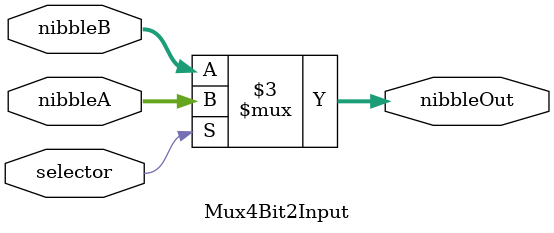
<source format=v>
`timescale 1ns / 1ps

module Mux4Bit2Input (
    // Inputs
    input selector,
    input [3:0] nibbleA,
    input [3:0] nibbleB,
    // Outputs
    output reg [3:0] nibbleOut
    );

    always @(*) begin
        if (selector) begin
            nibbleOut = nibbleA; // In this case, high DIP input
        end else begin
            nibbleOut = nibbleB; // In this case, low DIP input
        end
    end
endmodule

</source>
